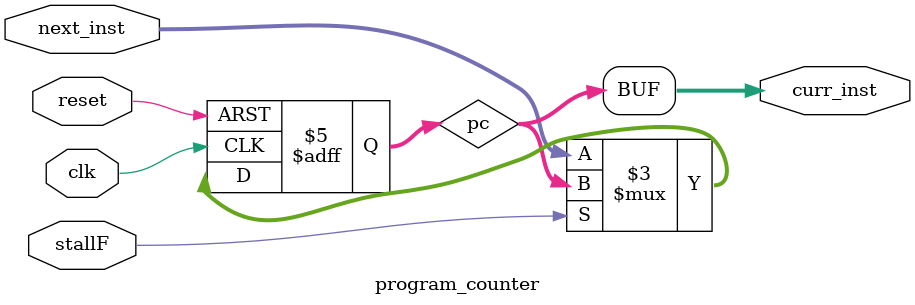
<source format=v>
module program_counter (
    input clk,
    input reset,
    input stallF,
    input [31:0] next_inst,
    output [31:0] curr_inst
);

reg [31:0] pc;
assign curr_inst = pc;

always @(posedge clk or posedge reset) begin
    if(reset) pc <= 32'b0;
    else if(!stallF) pc <= next_inst;
end
    
endmodule
</source>
